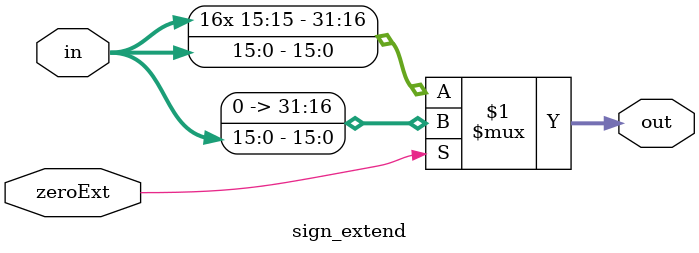
<source format=v>

module sign_extend (
    input [15:0] in,       // Entrada: Imediato de 16 bits (vem da instrução)
    input zeroExt,         // Sinal de controle: 0 faz extensão de sinal, 1 faz extensão de zero
    output [31:0] out      // Saída: Imediato estendido para 32 bits
);
    // Operação de extensão:
    // Se zeroExt for 1 (Instruções lógicas como ANDI, ORI):
    //    Concatena 16 zeros à esquerda do imediato ({16'b0, in}).
    // Se zeroExt for 0 (Instruções aritméticas como ADDI, LW, SW):
    //    Repete o bit de sinal (in[15]) 16 vezes e concatena com o imediato.
    assign out = zeroExt ? {16'b0, in} : {{16{in[15]}}, in};

endmodule
</source>
